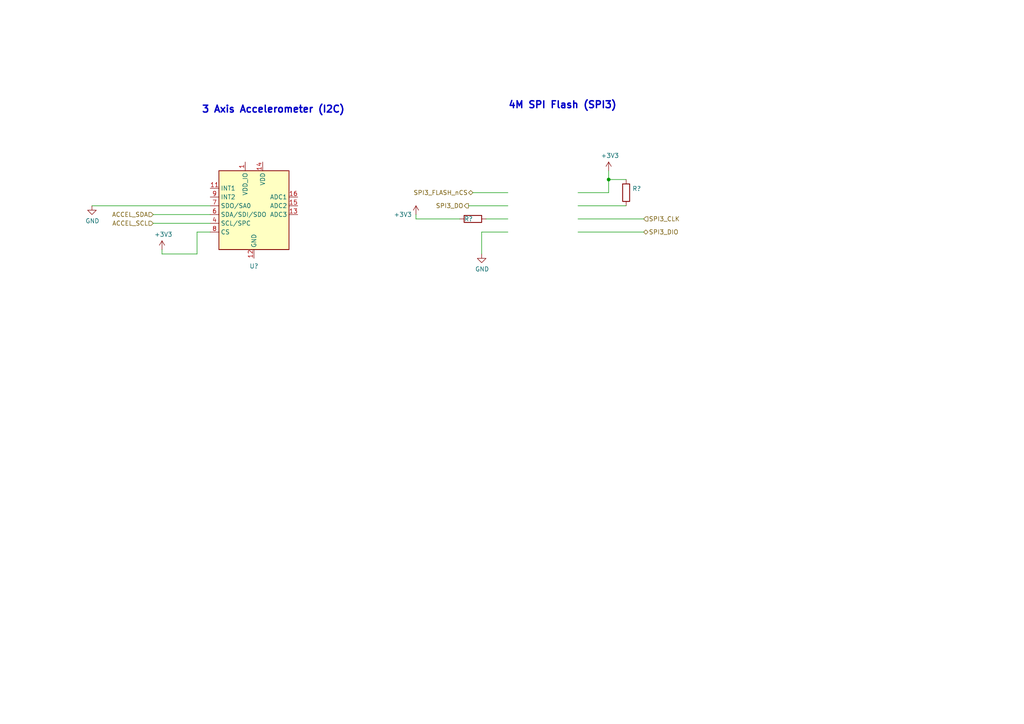
<source format=kicad_sch>
(kicad_sch (version 20211123) (generator eeschema)
  (paper "A4")
  (title_block (title "Project Mowgli") (date "2022-05-22") (rev "1.0.1") (comment 1 "(c) CyberNet / cn@warp.at") (comment 2 "https://github.com/cloudn1ne/Mowgli"))
  (lib_symbols
    (symbol "Device:R" (pin_numbers hide) (pin_names (offset 0))
      (property "Reference" "R" (at 2.032 0 90))
      (property "Value" "R" (at 0 0 90))
      (symbol "R_0_1"
        (rectangle (start -1.016 -2.54) (end 1.016 2.54) (stroke (width 0.254)))
      )
      (symbol "R_1_1"
        (pin passive line (at 0 3.81 270) (length 1.27) (name "~") (number "1"))
        (pin passive line (at 0 -3.81 90) (length 1.27) (name "~") (number "2"))
      )
    )
    (symbol "Sensor_Motion:LIS3DH"
      (property "Reference" "U" (at -7.62 11.43 0))
      (property "Value" "LIS3DH" (at 6.35 11.43 0))
      (symbol "LIS3DH_0_1"
        (rectangle (start -10.16 10.16) (end 10.16 -12.7) (stroke (width 0.254)) (fill (type background)))
      )
      (symbol "LIS3DH_1_1"
        (pin power_in line (at -2.54 12.7 270) (length 2.54) (name "VDD_IO") (number "1"))
        (pin passive line (at 0 -15.24 90) (length 2.54) hide (name "GND") (number "10"))
        (pin output line (at -12.7 5.08 0) (length 2.54) (name "INT1") (number "11"))
        (pin power_in line (at 0 -15.24 90) (length 2.54) (name "GND") (number "12"))
        (pin input line (at 12.7 -2.54 180) (length 2.54) (name "ADC3") (number "13"))
        (pin power_in line (at 2.54 12.7 270) (length 2.54) (name "VDD") (number "14"))
        (pin input line (at 12.7 0 180) (length 2.54) (name "ADC2") (number "15"))
        (pin input line (at 12.7 2.54 180) (length 2.54) (name "ADC1") (number "16"))
        (pin no_connect line (at 10.16 5.08 180) (length 2.54) hide (name "NC") (number "2"))
        (pin no_connect line (at 10.16 7.62 180) (length 2.54) hide (name "NC") (number "3"))
        (pin input line (at -12.7 -5.08 0) (length 2.54) (name "SCL/SPC") (number "4"))
        (pin passive line (at 0 -15.24 90) (length 2.54) hide (name "GND") (number "5"))
        (pin bidirectional line (at -12.7 -2.54 0) (length 2.54) (name "SDA/SDI/SDO") (number "6"))
        (pin bidirectional line (at -12.7 0 0) (length 2.54) (name "SDO/SA0") (number "7"))
        (pin input line (at -12.7 -7.62 0) (length 2.54) (name "CS") (number "8"))
        (pin output line (at -12.7 2.54 0) (length 2.54) (name "INT2") (number "9"))
      )
    )
    (symbol "power:+3.3V" (power) (pin_names (offset 0))
      (property "Value" "+3.3V" (at 0 3.556 0))
      (symbol "+3.3V_0_1"
        (polyline (pts (xy -0.762 1.27) (xy 0 2.54)))
        (polyline (pts (xy 0 0) (xy 0 2.54)))
        (polyline (pts (xy 0 2.54) (xy 0.762 1.27)))
      )
      (symbol "+3.3V_1_1"
        (pin power_in line (at 0 0 90) (length 0) hide (name "+3V3") (number "1"))
      )
    )
    (symbol "power:GND" (power) (pin_names (offset 0))
      (property "Value" "GND" (at 0 -3.81 0))
      (symbol "GND_0_1"
        (polyline (pts (xy 0 0) (xy 0 -1.27) (xy 1.27 -1.27) (xy 0 -2.54) (xy -1.27 -1.27) (xy 0 -1.27)))
      )
      (symbol "GND_1_1"
        (pin power_in line (at 0 0 270) (length 0) hide (name "GND") (number "1"))
      )
    )
  )
  (junction (at 176.53 52.07))
  (wire (pts (xy 176.53 55.88) (xy 167.64 55.88)))
  (wire (pts (xy 60.96 62.23) (xy 44.45 62.23)))
  (wire (pts (xy 57.15 73.66) (xy 46.99 73.66)))
  (wire (pts (xy 120.65 63.5) (xy 120.65 62.23)))
  (wire (pts (xy 139.7 67.31) (xy 139.7 73.66)))
  (wire (pts (xy 147.32 63.5) (xy 140.97 63.5)))
  (wire (pts (xy 186.69 67.31) (xy 167.64 67.31)))
  (wire (pts (xy 133.35 63.5) (xy 120.65 63.5)))
  (wire (pts (xy 176.53 49.53) (xy 176.53 52.07)))
  (wire (pts (xy 46.99 73.66) (xy 46.99 72.39)))
  (wire (pts (xy 186.69 63.5) (xy 167.64 63.5)))
  (wire (pts (xy 60.96 59.69) (xy 26.67 59.69)))
  (wire (pts (xy 147.32 59.69) (xy 135.89 59.69)))
  (wire (pts (xy 57.15 67.31) (xy 57.15 73.66)))
  (wire (pts (xy 147.32 67.31) (xy 139.7 67.31)))
  (wire (pts (xy 181.61 59.69) (xy 167.64 59.69)))
  (wire (pts (xy 181.61 52.07) (xy 176.53 52.07)))
  (wire (pts (xy 176.53 52.07) (xy 176.53 55.88)))
  (wire (pts (xy 147.32 55.88) (xy 137.16 55.88)))
  (wire (pts (xy 60.96 67.31) (xy 57.15 67.31)))
  (wire (pts (xy 60.96 64.77) (xy 44.45 64.77)))
  (text "4M SPI Flash (SPI3)" (at 147.32 31.75 0) (effects (font (size 2.0066 2.0066) (thickness 0.4013) bold) (justify left bottom)))
  (text "3 Axis Accelerometer (I2C)" (at 58.42 33.02 0) (effects (font (size 2.0066 2.0066) (thickness 0.4013) bold) (justify left bottom)))
  (hierarchical_label "SPI3_DIO" (shape bidirectional) (at 186.69 67.31 0))
  (hierarchical_label "SPI3_DO" (shape output) (at 135.89 59.69 180))
  (hierarchical_label "ACCEL_SCL" (shape input) (at 44.45 64.77 180))
  (hierarchical_label "SPI3_FLASH_nCS" (shape bidirectional) (at 137.16 55.88 180))
  (hierarchical_label "ACCEL_SDA" (shape input) (at 44.45 62.23 180))
  (hierarchical_label "SPI3_CLK" (shape input) (at 186.69 63.5 0))
  (symbol (lib_id "Sensor_Motion:LIS3DH") (at 73.66 59.69 0) (unit 1)
    (property "Reference" "U?" (at 73.66 77.1906 0))
    (property "Datasheet" "https://www.st.com/resource/en/datasheet/cd00274221.pdf" (effects hide))
  )
  (symbol (lib_id "Mowgli-rescue:ZD25D40-Memory_Flash") (at 160.02 59.69 0) (unit 1)
    (property "Reference" "U?" (at 157.48 45.339 0))
  )
  (symbol (lib_id "power:+3.3V") (at 176.53 49.53 0) (unit 1)
    (property "Reference" "#PWR0111" (effects hide))
  )
  (symbol (lib_id "power:GND") (at 139.7 73.66 0) (unit 1)
    (property "Reference" "#PWR0112" (effects hide))
  )
  (symbol (lib_id "Device:R") (at 181.61 55.88 0) (unit 1)
    (property "Reference" "R?" (at 183.388 54.7116 0) (effects (justify left)))
  )
  (symbol (lib_id "Device:R") (at 137.16 63.5 270) (unit 1)
    (property "Reference" "R?" (at 135.89 63.5 90))
  )
  (symbol (lib_id "power:+3.3V") (at 120.65 62.23 0) (unit 1)
    (property "Reference" "#PWR0113" (effects hide))
  )
  (symbol (lib_id "power:GND") (at 26.67 59.69 0) (unit 1)
    (property "Reference" "#PWR0114" (effects hide))
  )
  (symbol (lib_id "power:+3.3V") (at 46.99 72.39 0) (unit 1)
    (property "Reference" "#PWR0115" (effects hide))
  )
)
</source>
